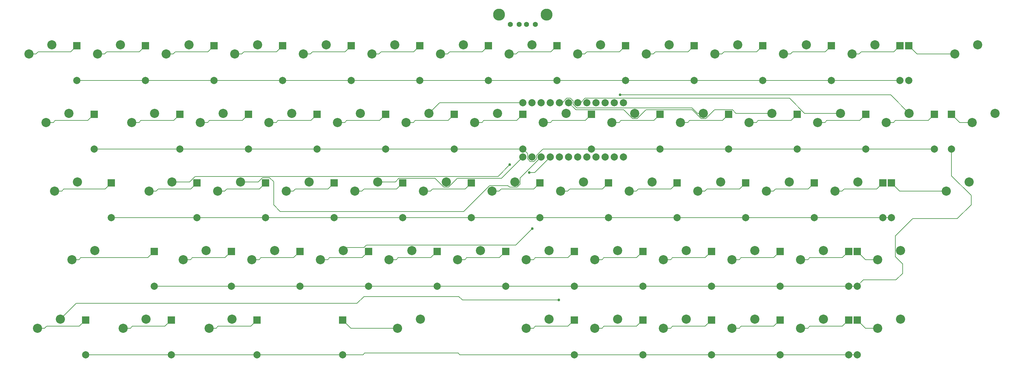
<source format=gbr>
G04 EAGLE Gerber RS-274X export*
G75*
%MOMM*%
%FSLAX34Y34*%
%LPD*%
%INBottom Copper*%
%IPPOS*%
%AMOC8*
5,1,8,0,0,1.08239X$1,22.5*%
G01*
%ADD10C,2.000000*%
%ADD11C,2.540000*%
%ADD12R,2.000000X2.000000*%
%ADD13C,3.316000*%
%ADD14C,1.428000*%
%ADD15C,0.152400*%
%ADD16C,0.756400*%


D10*
X1524116Y691132D03*
X1549516Y691132D03*
X1574916Y691132D03*
X1600316Y691132D03*
X1625716Y691132D03*
X1651116Y691132D03*
X1676516Y691132D03*
X1701916Y691132D03*
X1727316Y691132D03*
X1752716Y691132D03*
X1778116Y691132D03*
X1803516Y691132D03*
X1524116Y842332D03*
X1549516Y842332D03*
X1574916Y842332D03*
X1600316Y842332D03*
X1625716Y842332D03*
X1651116Y842332D03*
X1676516Y842332D03*
X1701916Y842332D03*
X1727316Y842332D03*
X1752716Y842332D03*
X1778116Y842332D03*
X1803516Y842332D03*
D11*
X152400Y977900D03*
X215900Y1003300D03*
X342900Y977900D03*
X406400Y1003300D03*
X533400Y977900D03*
X596900Y1003300D03*
X723900Y977900D03*
X787400Y1003300D03*
X914400Y977900D03*
X977900Y1003300D03*
X1104900Y977900D03*
X1168400Y1003300D03*
X1295400Y977900D03*
X1358900Y1003300D03*
X1485900Y977900D03*
X1549400Y1003300D03*
X1676400Y977900D03*
X1739900Y1003300D03*
X1866900Y977900D03*
X1930400Y1003300D03*
X2057400Y977900D03*
X2120900Y1003300D03*
X2247900Y977900D03*
X2311400Y1003300D03*
X200025Y787400D03*
X263525Y812800D03*
X438150Y787400D03*
X501650Y812800D03*
X628650Y787400D03*
X692150Y812800D03*
X819150Y787400D03*
X882650Y812800D03*
X1009650Y787400D03*
X1073150Y812800D03*
X1200150Y787400D03*
X1263650Y812800D03*
X1390650Y787400D03*
X1454150Y812800D03*
X1581150Y787400D03*
X1644650Y812800D03*
X1771650Y787400D03*
X1835150Y812800D03*
X1962150Y787400D03*
X2025650Y812800D03*
X2152650Y787400D03*
X2216150Y812800D03*
X2343150Y787400D03*
X2406650Y812800D03*
X2533650Y787400D03*
X2597150Y812800D03*
X223838Y596900D03*
X287338Y622300D03*
X485775Y596900D03*
X549275Y622300D03*
X676275Y596900D03*
X739775Y622300D03*
X866775Y596900D03*
X930275Y622300D03*
X1057275Y596900D03*
X1120775Y622300D03*
X1247775Y596900D03*
X1311275Y622300D03*
X1438275Y596900D03*
X1501775Y622300D03*
X1628775Y596900D03*
X1692275Y622300D03*
X1819275Y596900D03*
X1882775Y622300D03*
X2009775Y596900D03*
X2073275Y622300D03*
X2200275Y596900D03*
X2263775Y622300D03*
X2390775Y596900D03*
X2454275Y622300D03*
X581025Y406400D03*
X644525Y431800D03*
X771525Y406400D03*
X835025Y431800D03*
X962025Y406400D03*
X1025525Y431800D03*
X1152525Y406400D03*
X1216025Y431800D03*
X1343025Y406400D03*
X1406525Y431800D03*
X1533525Y406400D03*
X1597025Y431800D03*
X1724025Y406400D03*
X1787525Y431800D03*
X1914525Y406400D03*
X1978025Y431800D03*
X2105025Y406400D03*
X2168525Y431800D03*
X2295525Y406400D03*
X2359025Y431800D03*
X2771775Y787400D03*
X2835275Y812800D03*
X176213Y215900D03*
X239713Y241300D03*
X414338Y215900D03*
X477838Y241300D03*
X652463Y215900D03*
X715963Y241300D03*
X1724025Y215900D03*
X1787525Y241300D03*
X1914525Y215900D03*
X1978025Y241300D03*
X2105025Y215900D03*
X2168525Y241300D03*
X2295525Y215900D03*
X2359025Y241300D03*
X271463Y406400D03*
X334963Y431800D03*
X1176338Y215900D03*
X1239838Y241300D03*
X1533525Y215900D03*
X1597025Y241300D03*
D12*
X285750Y1000700D03*
D10*
X285750Y904300D03*
D12*
X476250Y1000700D03*
D10*
X476250Y904300D03*
D12*
X666750Y1000700D03*
D10*
X666750Y904300D03*
D12*
X857250Y1000700D03*
D10*
X857250Y904300D03*
D12*
X1047750Y1000700D03*
D10*
X1047750Y904300D03*
D12*
X1238250Y1000700D03*
D10*
X1238250Y904300D03*
D12*
X1428750Y1000700D03*
D10*
X1428750Y904300D03*
D12*
X1619250Y1000700D03*
D10*
X1619250Y904300D03*
D12*
X1809750Y1000700D03*
D10*
X1809750Y904300D03*
D12*
X2000250Y1000700D03*
D10*
X2000250Y904300D03*
D12*
X2190750Y1000700D03*
D10*
X2190750Y904300D03*
D12*
X2381250Y1000700D03*
D10*
X2381250Y904300D03*
D12*
X2571750Y1000700D03*
D10*
X2571750Y904300D03*
D12*
X333375Y810200D03*
D10*
X333375Y713800D03*
D12*
X571500Y810200D03*
D10*
X571500Y713800D03*
D12*
X762000Y810200D03*
D10*
X762000Y713800D03*
D12*
X952500Y810200D03*
D10*
X952500Y713800D03*
D12*
X1143000Y810200D03*
D10*
X1143000Y713800D03*
D12*
X1333500Y810200D03*
D10*
X1333500Y713800D03*
D12*
X1524000Y810200D03*
D10*
X1524000Y713800D03*
D12*
X1714500Y810200D03*
D10*
X1714500Y713800D03*
D12*
X1905000Y810200D03*
D10*
X1905000Y713800D03*
D12*
X2095500Y810200D03*
D10*
X2095500Y713800D03*
D12*
X2286000Y810200D03*
D10*
X2286000Y713800D03*
D12*
X2476500Y810200D03*
D10*
X2476500Y713800D03*
D12*
X2667000Y810200D03*
D10*
X2667000Y713800D03*
D12*
X381000Y619700D03*
D10*
X381000Y523300D03*
D12*
X619125Y619700D03*
D10*
X619125Y523300D03*
D12*
X809625Y619700D03*
D10*
X809625Y523300D03*
D12*
X1000125Y619700D03*
D10*
X1000125Y523300D03*
D12*
X1190625Y619700D03*
D10*
X1190625Y523300D03*
D12*
X1381125Y619700D03*
D10*
X1381125Y523300D03*
D12*
X1571625Y619700D03*
D10*
X1571625Y523300D03*
D12*
X1762125Y619700D03*
D10*
X1762125Y523300D03*
D12*
X1952625Y619700D03*
D10*
X1952625Y523300D03*
D12*
X2143125Y619700D03*
D10*
X2143125Y523300D03*
D12*
X2333625Y619700D03*
D10*
X2333625Y523300D03*
D12*
X2524125Y619700D03*
D10*
X2524125Y523300D03*
D12*
X2547938Y619700D03*
D10*
X2547938Y523300D03*
D12*
X500063Y429200D03*
D10*
X500063Y332800D03*
D12*
X714375Y429200D03*
D10*
X714375Y332800D03*
D12*
X904875Y429200D03*
D10*
X904875Y332800D03*
D12*
X1095375Y429200D03*
D10*
X1095375Y332800D03*
D12*
X1285875Y429200D03*
D10*
X1285875Y332800D03*
D12*
X1476375Y429200D03*
D10*
X1476375Y332800D03*
D12*
X1666875Y429200D03*
D10*
X1666875Y332800D03*
D12*
X1857375Y429200D03*
D10*
X1857375Y332800D03*
D12*
X2047875Y429200D03*
D10*
X2047875Y332800D03*
D12*
X2238375Y429200D03*
D10*
X2238375Y332800D03*
D12*
X2428875Y429200D03*
D10*
X2428875Y332800D03*
D12*
X2714625Y810200D03*
D10*
X2714625Y713800D03*
D12*
X309563Y238700D03*
D10*
X309563Y142300D03*
D12*
X547688Y238700D03*
D10*
X547688Y142300D03*
D12*
X785813Y238700D03*
D10*
X785813Y142300D03*
D12*
X1023938Y238700D03*
D10*
X1023938Y142300D03*
D12*
X1666875Y238700D03*
D10*
X1666875Y142300D03*
D12*
X1857375Y238700D03*
D10*
X1857375Y142300D03*
D12*
X2047875Y238700D03*
D10*
X2047875Y142300D03*
D12*
X2238375Y238700D03*
D10*
X2238375Y142300D03*
D12*
X2428875Y238700D03*
D10*
X2428875Y142300D03*
D11*
X2724150Y977900D03*
X2787650Y1003300D03*
D12*
X2595563Y1000700D03*
D10*
X2595563Y904300D03*
D11*
X2438400Y977900D03*
X2501900Y1003300D03*
X2700338Y596900D03*
X2763838Y622300D03*
D13*
X1589700Y1086388D03*
X1458300Y1086388D03*
D14*
X1514000Y1059288D03*
X1534000Y1059288D03*
X1489000Y1059288D03*
X1559000Y1059288D03*
D11*
X2509838Y406400D03*
X2573338Y431800D03*
X2509838Y215900D03*
X2573338Y241300D03*
D12*
X2452688Y429200D03*
D10*
X2452688Y332800D03*
D12*
X2452688Y238700D03*
D10*
X2452688Y142300D03*
D15*
X172170Y977900D02*
X152400Y977900D01*
X172170Y977900D02*
X177692Y983422D01*
X268472Y983422D02*
X285750Y1000700D01*
X268472Y983422D02*
X177692Y983422D01*
X342900Y977900D02*
X362670Y977900D01*
X368192Y983422D01*
X458972Y983422D02*
X476250Y1000700D01*
X458972Y983422D02*
X368192Y983422D01*
X533400Y977900D02*
X553170Y977900D01*
X558692Y983422D01*
X649472Y983422D02*
X666750Y1000700D01*
X649472Y983422D02*
X558692Y983422D01*
X723900Y977900D02*
X743670Y977900D01*
X749192Y983422D01*
X839972Y983422D02*
X857250Y1000700D01*
X839972Y983422D02*
X749192Y983422D01*
X914400Y977900D02*
X934170Y977900D01*
X939692Y983422D01*
X1030472Y983422D02*
X1047750Y1000700D01*
X1030472Y983422D02*
X939692Y983422D01*
X1104900Y977900D02*
X1124670Y977900D01*
X1130192Y983422D01*
X1220972Y983422D02*
X1238250Y1000700D01*
X1220972Y983422D02*
X1130192Y983422D01*
X1315170Y977900D02*
X1320692Y983422D01*
X1315170Y977900D02*
X1295400Y977900D01*
X1411472Y983422D02*
X1428750Y1000700D01*
X1411472Y983422D02*
X1320692Y983422D01*
X1485900Y977900D02*
X1505670Y977900D01*
X1511192Y983422D01*
X1601972Y983422D02*
X1619250Y1000700D01*
X1601972Y983422D02*
X1511192Y983422D01*
X1676400Y977900D02*
X1696170Y977900D01*
X1701692Y983422D01*
X1792472Y983422D02*
X1809750Y1000700D01*
X1792472Y983422D02*
X1701692Y983422D01*
X1866900Y977900D02*
X1886670Y977900D01*
X1892192Y983422D01*
X1982972Y983422D02*
X2000250Y1000700D01*
X1982972Y983422D02*
X1892192Y983422D01*
X2057400Y977900D02*
X2077170Y977900D01*
X2082692Y983422D01*
X2173472Y983422D02*
X2190750Y1000700D01*
X2173472Y983422D02*
X2082692Y983422D01*
X2247900Y977900D02*
X2267670Y977900D01*
X2273192Y983422D01*
X2363972Y983422D02*
X2381250Y1000700D01*
X2363972Y983422D02*
X2273192Y983422D01*
X2438400Y977900D02*
X2458170Y977900D01*
X2463692Y983422D01*
X2554472Y983422D02*
X2571750Y1000700D01*
X2554472Y983422D02*
X2463692Y983422D01*
X225317Y792922D02*
X219795Y787400D01*
X200025Y787400D01*
X316097Y792922D02*
X333375Y810200D01*
X316097Y792922D02*
X225317Y792922D01*
X457920Y787400D02*
X463442Y792922D01*
X457920Y787400D02*
X438150Y787400D01*
X554222Y792922D02*
X571500Y810200D01*
X554222Y792922D02*
X463442Y792922D01*
X648420Y787400D02*
X653942Y792922D01*
X648420Y787400D02*
X628650Y787400D01*
X744722Y792922D02*
X762000Y810200D01*
X744722Y792922D02*
X653942Y792922D01*
X838920Y787400D02*
X844442Y792922D01*
X838920Y787400D02*
X819150Y787400D01*
X935222Y792922D02*
X952500Y810200D01*
X935222Y792922D02*
X844442Y792922D01*
X1029420Y787400D02*
X1034942Y792922D01*
X1029420Y787400D02*
X1009650Y787400D01*
X1125722Y792922D02*
X1143000Y810200D01*
X1125722Y792922D02*
X1034942Y792922D01*
X1219920Y787400D02*
X1225442Y792922D01*
X1219920Y787400D02*
X1200150Y787400D01*
X1316222Y792922D02*
X1333500Y810200D01*
X1316222Y792922D02*
X1225442Y792922D01*
X1410420Y787400D02*
X1415942Y792922D01*
X1410420Y787400D02*
X1390650Y787400D01*
X1506722Y792922D02*
X1524000Y810200D01*
X1506722Y792922D02*
X1415942Y792922D01*
X1600920Y787400D02*
X1606442Y792922D01*
X1600920Y787400D02*
X1581150Y787400D01*
X1697222Y792922D02*
X1714500Y810200D01*
X1697222Y792922D02*
X1606442Y792922D01*
X1791420Y787400D02*
X1796942Y792922D01*
X1791420Y787400D02*
X1771650Y787400D01*
X1887722Y792922D02*
X1905000Y810200D01*
X1887722Y792922D02*
X1796942Y792922D01*
X1981920Y787400D02*
X1987442Y792922D01*
X1981920Y787400D02*
X1962150Y787400D01*
X2078222Y792922D02*
X2095500Y810200D01*
X2078222Y792922D02*
X1987442Y792922D01*
X2172420Y787400D02*
X2177942Y792922D01*
X2172420Y787400D02*
X2152650Y787400D01*
X2268722Y792922D02*
X2286000Y810200D01*
X2268722Y792922D02*
X2177942Y792922D01*
X2362920Y787400D02*
X2368442Y792922D01*
X2362920Y787400D02*
X2343150Y787400D01*
X2459222Y792922D02*
X2476500Y810200D01*
X2459222Y792922D02*
X2368442Y792922D01*
X2553420Y787400D02*
X2558942Y792922D01*
X2553420Y787400D02*
X2533650Y787400D01*
X2649722Y792922D02*
X2667000Y810200D01*
X2649722Y792922D02*
X2558942Y792922D01*
X243607Y596900D02*
X223838Y596900D01*
X243607Y596900D02*
X249129Y602422D01*
X363722Y602422D02*
X381000Y619700D01*
X363722Y602422D02*
X249129Y602422D01*
X485775Y596900D02*
X505545Y596900D01*
X511067Y602422D01*
X601847Y602422D02*
X619125Y619700D01*
X601847Y602422D02*
X511067Y602422D01*
X676275Y596900D02*
X696045Y596900D01*
X701567Y602422D01*
X792347Y602422D02*
X809625Y619700D01*
X792347Y602422D02*
X701567Y602422D01*
X866775Y596900D02*
X886545Y596900D01*
X892067Y602422D01*
X982847Y602422D02*
X1000125Y619700D01*
X982847Y602422D02*
X892067Y602422D01*
X1057275Y596900D02*
X1077045Y596900D01*
X1082567Y602422D01*
X1173347Y602422D02*
X1190625Y619700D01*
X1173347Y602422D02*
X1082567Y602422D01*
X1247775Y596900D02*
X1267545Y596900D01*
X1273067Y602422D01*
X1363847Y602422D02*
X1381125Y619700D01*
X1363847Y602422D02*
X1273067Y602422D01*
X1438275Y596900D02*
X1458045Y596900D01*
X1463567Y602422D01*
X1554347Y602422D02*
X1571625Y619700D01*
X1554347Y602422D02*
X1463567Y602422D01*
X1628775Y596900D02*
X1648545Y596900D01*
X1654067Y602422D01*
X1744847Y602422D02*
X1762125Y619700D01*
X1744847Y602422D02*
X1654067Y602422D01*
X1819275Y596900D02*
X1839045Y596900D01*
X1844567Y602422D01*
X1935347Y602422D02*
X1952625Y619700D01*
X1935347Y602422D02*
X1844567Y602422D01*
X2009775Y596900D02*
X2029545Y596900D01*
X2035067Y602422D01*
X2125847Y602422D02*
X2143125Y619700D01*
X2125847Y602422D02*
X2035067Y602422D01*
X2200275Y596900D02*
X2220045Y596900D01*
X2225567Y602422D01*
X2316347Y602422D02*
X2333625Y619700D01*
X2316347Y602422D02*
X2225567Y602422D01*
X2390775Y596900D02*
X2410545Y596900D01*
X2416067Y602422D01*
X2506847Y602422D02*
X2524125Y619700D01*
X2506847Y602422D02*
X2416067Y602422D01*
X2547938Y619700D02*
X2570738Y596900D01*
X2700338Y596900D01*
X291232Y406400D02*
X271463Y406400D01*
X291232Y406400D02*
X296754Y411922D01*
X482785Y411922D02*
X500063Y429200D01*
X482785Y411922D02*
X296754Y411922D01*
X581025Y406400D02*
X600795Y406400D01*
X606317Y411922D01*
X697097Y411922D02*
X714375Y429200D01*
X697097Y411922D02*
X606317Y411922D01*
X771525Y406400D02*
X791295Y406400D01*
X796817Y411922D01*
X887597Y411922D02*
X904875Y429200D01*
X887597Y411922D02*
X796817Y411922D01*
X962025Y406400D02*
X981795Y406400D01*
X987317Y411922D01*
X1078097Y411922D02*
X1095375Y429200D01*
X1078097Y411922D02*
X987317Y411922D01*
X1152525Y406400D02*
X1172295Y406400D01*
X1177817Y411922D01*
X1268597Y411922D02*
X1285875Y429200D01*
X1268597Y411922D02*
X1177817Y411922D01*
X1343025Y406400D02*
X1362795Y406400D01*
X1368317Y411922D01*
X1459097Y411922D02*
X1476375Y429200D01*
X1459097Y411922D02*
X1368317Y411922D01*
X1533525Y406400D02*
X1553295Y406400D01*
X1558817Y411922D01*
X1649597Y411922D02*
X1666875Y429200D01*
X1649597Y411922D02*
X1558817Y411922D01*
X1724025Y406400D02*
X1743795Y406400D01*
X1749317Y411922D01*
X1840097Y411922D02*
X1857375Y429200D01*
X1840097Y411922D02*
X1749317Y411922D01*
X1914525Y406400D02*
X1934295Y406400D01*
X1939817Y411922D01*
X2030597Y411922D02*
X2047875Y429200D01*
X2030597Y411922D02*
X1939817Y411922D01*
X2105025Y406400D02*
X2124795Y406400D01*
X2130317Y411922D01*
X2221097Y411922D02*
X2238375Y429200D01*
X2221097Y411922D02*
X2130317Y411922D01*
X2295525Y406400D02*
X2315295Y406400D01*
X2320817Y411922D01*
X2411597Y411922D02*
X2428875Y429200D01*
X2411597Y411922D02*
X2320817Y411922D01*
X2714625Y810200D02*
X2737425Y787400D01*
X2771775Y787400D01*
X195982Y215900D02*
X176213Y215900D01*
X195982Y215900D02*
X201504Y221422D01*
X292285Y221422D02*
X309563Y238700D01*
X292285Y221422D02*
X201504Y221422D01*
X414338Y215900D02*
X434107Y215900D01*
X439629Y221422D01*
X530410Y221422D02*
X547688Y238700D01*
X530410Y221422D02*
X439629Y221422D01*
X652463Y215900D02*
X672232Y215900D01*
X677754Y221422D01*
X768535Y221422D02*
X785813Y238700D01*
X768535Y221422D02*
X677754Y221422D01*
X1023938Y238700D02*
X1046738Y215900D01*
X1176338Y215900D01*
X1533525Y215900D02*
X1553295Y215900D01*
X1558817Y221422D01*
X1649597Y221422D02*
X1666875Y238700D01*
X1649597Y221422D02*
X1558817Y221422D01*
X1724025Y215900D02*
X1743795Y215900D01*
X1749317Y221422D01*
X1840097Y221422D02*
X1857375Y238700D01*
X1840097Y221422D02*
X1749317Y221422D01*
X1914525Y215900D02*
X1934295Y215900D01*
X1939817Y221422D01*
X2030597Y221422D02*
X2047875Y238700D01*
X2030597Y221422D02*
X1939817Y221422D01*
X2105025Y215900D02*
X2124795Y215900D01*
X2130317Y221422D01*
X2221097Y221422D02*
X2238375Y238700D01*
X2221097Y221422D02*
X2130317Y221422D01*
X2295525Y215900D02*
X2315295Y215900D01*
X2320817Y221422D01*
X2411597Y221422D02*
X2428875Y238700D01*
X2411597Y221422D02*
X2320817Y221422D01*
X2618363Y977900D02*
X2595563Y1000700D01*
X2618363Y977900D02*
X2724150Y977900D01*
X476250Y904300D02*
X285750Y904300D01*
X476250Y904300D02*
X666750Y904300D01*
X857250Y904300D01*
X1047750Y904300D01*
X1238250Y904300D01*
X1428750Y904300D01*
X1619250Y904300D01*
X1809750Y904300D01*
X2000250Y904300D01*
X2190750Y904300D01*
X2381250Y904300D01*
X2571750Y904300D01*
X571500Y713800D02*
X333375Y713800D01*
X571500Y713800D02*
X762000Y713800D01*
X952500Y713800D01*
X1143000Y713800D01*
X1333500Y713800D01*
X1524000Y713800D01*
X1714500Y713800D02*
X1716000Y713800D01*
X1905000Y713800D01*
X2095500Y713800D01*
X2286000Y713800D01*
X2476500Y713800D01*
X2667000Y713800D01*
X1544427Y678846D02*
X1537230Y686043D01*
X1544427Y678846D02*
X1554605Y678846D01*
X1561802Y686043D01*
X1537230Y700570D02*
X1524000Y713800D01*
X1561802Y695393D02*
X1561802Y686043D01*
X1561802Y695393D02*
X1580209Y713800D01*
X1716000Y713800D01*
X1537230Y700570D02*
X1537230Y686043D01*
X619125Y523300D02*
X381000Y523300D01*
X619125Y523300D02*
X809625Y523300D01*
X1000125Y523300D01*
X1190625Y523300D01*
X1381125Y523300D01*
X1571625Y523300D01*
X1762125Y523300D01*
X1952625Y523300D01*
X2143125Y523300D01*
X2333625Y523300D01*
X2524125Y523300D01*
X2547938Y523300D01*
X714375Y332800D02*
X500063Y332800D01*
X714375Y332800D02*
X904875Y332800D01*
X1095375Y332800D01*
X1285875Y332800D01*
X1476375Y332800D01*
X1666875Y332800D01*
X1857375Y332800D01*
X2047875Y332800D01*
X2238375Y332800D01*
X2428875Y332800D01*
X2452688Y332800D01*
X2769360Y558692D02*
X2769360Y584308D01*
X2578860Y393808D02*
X2578860Y368192D01*
X2560746Y350078D01*
X2714625Y639043D02*
X2714625Y713800D01*
X2714625Y639043D02*
X2769360Y584308D01*
X2606629Y520022D02*
X2558352Y471744D01*
X2558352Y414316D01*
X2578860Y393808D01*
X2469966Y350078D02*
X2452688Y332800D01*
X2469966Y350078D02*
X2560746Y350078D01*
X2730690Y520022D02*
X2769360Y558692D01*
X2730690Y520022D02*
X2606629Y520022D01*
D16*
X1794000Y864000D03*
D15*
X2545950Y864000D01*
X2597150Y812800D01*
X2406650Y812800D02*
X2306633Y812800D01*
X1696827Y854618D02*
X1684541Y842332D01*
X1676516Y842332D01*
X2264815Y854618D02*
X2306633Y812800D01*
X2264815Y854618D02*
X1696827Y854618D01*
X2019443Y797814D02*
X2031857Y797814D01*
X1841357Y797814D02*
X1828943Y797814D01*
X2116133Y812800D02*
X2216150Y812800D01*
X2116133Y812800D02*
X2106447Y822486D01*
X1670962Y822486D02*
X1651116Y842332D01*
X2056529Y822486D02*
X2106447Y822486D01*
X2056529Y822486D02*
X2031857Y797814D01*
X2019443Y797814D02*
X1994771Y822486D01*
X1866029Y822486D01*
X1841357Y797814D01*
X1828943Y797814D02*
X1804271Y822486D01*
X1670962Y822486D01*
X547688Y142300D02*
X309563Y142300D01*
X547688Y142300D02*
X785813Y142300D01*
X1023938Y142300D01*
X1080225Y142300D01*
X1084597Y146672D01*
X1344278Y146672D02*
X1348650Y142300D01*
X1666875Y142300D01*
X1344278Y146672D02*
X1084597Y146672D01*
X1666875Y142300D02*
X1857375Y142300D01*
X2047875Y142300D01*
X2238375Y142300D01*
X2428875Y142300D02*
X2452688Y142300D01*
X2428875Y142300D02*
X2238375Y142300D01*
X2025650Y812800D02*
X2008767Y812800D01*
X1663402Y847421D02*
X1656205Y854618D01*
X1646027Y854618D01*
X1663402Y847421D02*
X1663402Y838071D01*
X1673687Y827786D01*
X1993781Y827786D02*
X2008767Y812800D01*
X1993781Y827786D02*
X1673687Y827786D01*
X1633741Y842332D02*
X1625716Y842332D01*
X1633741Y842332D02*
X1646027Y854618D01*
X1293182Y842332D02*
X1263650Y812800D01*
X1293182Y842332D02*
X1524116Y842332D01*
X1317482Y607314D02*
X1305068Y607314D01*
X1169992Y622300D02*
X1120775Y622300D01*
X1169992Y622300D02*
X1179678Y631986D01*
X1464970Y631986D02*
X1524116Y691132D01*
X1464970Y631986D02*
X1342154Y631986D01*
X1317482Y607314D01*
X1305068Y607314D02*
X1280396Y631986D01*
X1179678Y631986D01*
D16*
X1550000Y492000D03*
D15*
X1089728Y446786D02*
X1082942Y440000D01*
X1504786Y446786D02*
X1550000Y492000D01*
X1504786Y446786D02*
X1089728Y446786D01*
X1033725Y440000D02*
X1025525Y431800D01*
X1033725Y440000D02*
X1082942Y440000D01*
X1516761Y632977D02*
X1574916Y691132D01*
X1516761Y632977D02*
X1516761Y616093D01*
X1482838Y611886D02*
X1432068Y611886D01*
X1507982Y607314D02*
X1516761Y616093D01*
X1507982Y607314D02*
X1487410Y607314D01*
X1482838Y611886D01*
X1360182Y540000D02*
X850000Y540000D01*
X1360182Y540000D02*
X1432068Y611886D01*
X831911Y622647D02*
X820572Y633986D01*
X800678Y633986D01*
X831911Y558089D02*
X850000Y540000D01*
X788992Y622300D02*
X739775Y622300D01*
X831911Y622647D02*
X831911Y558089D01*
X788992Y622300D02*
X800678Y633986D01*
D16*
X1488000Y670000D03*
D15*
X598492Y622300D02*
X549275Y622300D01*
X598492Y622300D02*
X613478Y637286D01*
X1455286Y637286D02*
X1488000Y670000D01*
X1455286Y637286D02*
X613478Y637286D01*
D16*
X1542000Y648000D03*
D15*
X1557184Y648000D01*
X1600316Y691132D01*
D16*
X1624000Y294000D03*
D15*
X1356068Y294000D02*
X1346246Y303822D01*
X1356068Y294000D02*
X1624000Y294000D01*
X283241Y284828D02*
X239713Y241300D01*
X1082629Y303822D02*
X1346246Y303822D01*
X1063635Y284828D02*
X283241Y284828D01*
X1063635Y284828D02*
X1082629Y303822D01*
X2475488Y406400D02*
X2509838Y406400D01*
X2475488Y406400D02*
X2452688Y429200D01*
X2475488Y215900D02*
X2509838Y215900D01*
X2475488Y215900D02*
X2452688Y238700D01*
M02*

</source>
